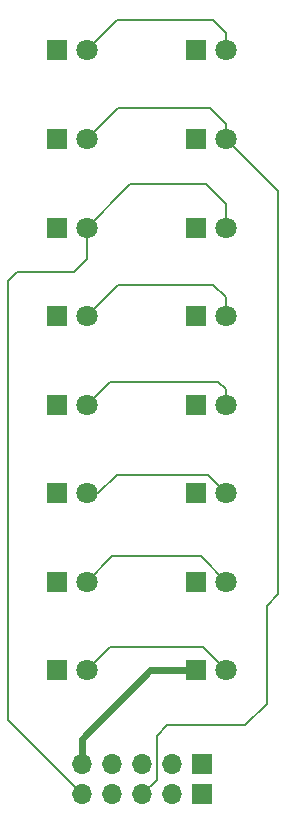
<source format=gbr>
%TF.GenerationSoftware,KiCad,Pcbnew,8.0.6*%
%TF.CreationDate,2025-02-23T20:13:23-07:00*%
%TF.ProjectId,Dash Indicators (Left),44617368-2049-46e6-9469-6361746f7273,rev?*%
%TF.SameCoordinates,Original*%
%TF.FileFunction,Copper,L2,Bot*%
%TF.FilePolarity,Positive*%
%FSLAX46Y46*%
G04 Gerber Fmt 4.6, Leading zero omitted, Abs format (unit mm)*
G04 Created by KiCad (PCBNEW 8.0.6) date 2025-02-23 20:13:23*
%MOMM*%
%LPD*%
G01*
G04 APERTURE LIST*
%TA.AperFunction,ComponentPad*%
%ADD10R,1.800000X1.800000*%
%TD*%
%TA.AperFunction,ComponentPad*%
%ADD11C,1.800000*%
%TD*%
%TA.AperFunction,ComponentPad*%
%ADD12R,1.700000X1.700000*%
%TD*%
%TA.AperFunction,ComponentPad*%
%ADD13O,1.700000X1.700000*%
%TD*%
%TA.AperFunction,Conductor*%
%ADD14C,0.200000*%
%TD*%
%TA.AperFunction,Conductor*%
%ADD15C,0.600000*%
%TD*%
G04 APERTURE END LIST*
D10*
%TO.P,D13,1,K*%
%TO.N,C0*%
X85725000Y-64850000D03*
D11*
%TO.P,D13,2,A*%
%TO.N,A14*%
X88265000Y-64850000D03*
%TD*%
D10*
%TO.P,D8,1,K*%
%TO.N,C1*%
X97525000Y-79850000D03*
D11*
%TO.P,D8,2,A*%
%TO.N,A11*%
X100065000Y-79850000D03*
%TD*%
D10*
%TO.P,D3,1,K*%
%TO.N,C0*%
X85725000Y-72350000D03*
D11*
%TO.P,D3,2,A*%
%TO.N,A9*%
X88265000Y-72350000D03*
%TD*%
D10*
%TO.P,D14,1,K*%
%TO.N,C1*%
X97525000Y-64850000D03*
D11*
%TO.P,D14,2,A*%
%TO.N,A14*%
X100065000Y-64850000D03*
%TD*%
D10*
%TO.P,D16,1,K*%
%TO.N,C1*%
X97525000Y-94850000D03*
D11*
%TO.P,D16,2,A*%
%TO.N,A15*%
X100065000Y-94850000D03*
%TD*%
D10*
%TO.P,D4,1,K*%
%TO.N,C1*%
X97525000Y-72350000D03*
D11*
%TO.P,D4,2,A*%
%TO.N,A9*%
X100065000Y-72350000D03*
%TD*%
D10*
%TO.P,D10,1,K*%
%TO.N,C1*%
X97525000Y-57350000D03*
D11*
%TO.P,D10,2,A*%
%TO.N,A12*%
X100065000Y-57350000D03*
%TD*%
D10*
%TO.P,D9,1,K*%
%TO.N,C0*%
X85725000Y-57350000D03*
D11*
%TO.P,D9,2,A*%
%TO.N,A12*%
X88265000Y-57350000D03*
%TD*%
D10*
%TO.P,D11,1,K*%
%TO.N,C0*%
X85725000Y-87350000D03*
D11*
%TO.P,D11,2,A*%
%TO.N,A13*%
X88265000Y-87350000D03*
%TD*%
D10*
%TO.P,D2,1,K*%
%TO.N,C1*%
X97525000Y-42350000D03*
D11*
%TO.P,D2,2,A*%
%TO.N,A8*%
X100065000Y-42350000D03*
%TD*%
D10*
%TO.P,D12,1,K*%
%TO.N,C1*%
X97525000Y-87350000D03*
D11*
%TO.P,D12,2,A*%
%TO.N,A13*%
X100065000Y-87350000D03*
%TD*%
D10*
%TO.P,D15,1,K*%
%TO.N,C0*%
X85725000Y-94850000D03*
D11*
%TO.P,D15,2,A*%
%TO.N,A15*%
X88265000Y-94850000D03*
%TD*%
D10*
%TO.P,D1,1,K*%
%TO.N,C0*%
X85725000Y-42350000D03*
D11*
%TO.P,D1,2,A*%
%TO.N,A8*%
X88265000Y-42350000D03*
%TD*%
D10*
%TO.P,D7,1,K*%
%TO.N,C0*%
X85725000Y-79850000D03*
D11*
%TO.P,D7,2,A*%
%TO.N,A11*%
X88265000Y-79850000D03*
%TD*%
D10*
%TO.P,D5,1,K*%
%TO.N,C0*%
X85725000Y-49850000D03*
D11*
%TO.P,D5,2,A*%
%TO.N,A10*%
X88265000Y-49850000D03*
%TD*%
D10*
%TO.P,D6,1,K*%
%TO.N,C1*%
X97525000Y-49850000D03*
D11*
%TO.P,D6,2,A*%
%TO.N,A10*%
X100065000Y-49850000D03*
%TD*%
D12*
%TO.P,J1-A1,1,Pin_1*%
%TO.N,A8*%
X98040000Y-105340000D03*
D13*
%TO.P,J1-A1,2,Pin_2*%
%TO.N,A9*%
X95500000Y-105340000D03*
%TO.P,J1-A1,3,Pin_3*%
%TO.N,A10*%
X92960000Y-105340000D03*
%TO.P,J1-A1,4,Pin_4*%
%TO.N,A11*%
X90420000Y-105340000D03*
%TO.P,J1-A1,5,Pin_5*%
%TO.N,A12*%
X87880000Y-105340000D03*
%TD*%
D12*
%TO.P,J1-B1,1,Pin_1*%
%TO.N,A13*%
X98040000Y-102800000D03*
D13*
%TO.P,J1-B1,2,Pin_2*%
%TO.N,A14*%
X95500000Y-102800000D03*
%TO.P,J1-B1,3,Pin_3*%
%TO.N,A15*%
X92960000Y-102800000D03*
%TO.P,J1-B1,4,Pin_4*%
%TO.N,C0*%
X90420000Y-102800000D03*
%TO.P,J1-B1,5,Pin_5*%
%TO.N,C1*%
X87880000Y-102800000D03*
%TD*%
D14*
%TO.N,A8*%
X100065000Y-40865000D02*
X99000000Y-39800000D01*
X100065000Y-42350000D02*
X100065000Y-40865000D01*
X99000000Y-39800000D02*
X90815000Y-39800000D01*
X90815000Y-39800000D02*
X88265000Y-42350000D01*
D15*
%TO.N,C1*%
X87880000Y-100620000D02*
X87880000Y-102800000D01*
X93650000Y-94850000D02*
X87880000Y-100620000D01*
X97525000Y-94850000D02*
X93650000Y-94850000D01*
D14*
%TO.N,A9*%
X100065000Y-71065000D02*
X99400000Y-70400000D01*
X90215000Y-70400000D02*
X88265000Y-72350000D01*
X99400000Y-70400000D02*
X90215000Y-70400000D01*
X100065000Y-72350000D02*
X100065000Y-71065000D01*
%TO.N,A10*%
X104500000Y-88400000D02*
X104500000Y-54285000D01*
X103500000Y-89400000D02*
X104500000Y-88400000D01*
X100065000Y-48565000D02*
X98700000Y-47200000D01*
X94200000Y-104100000D02*
X92960000Y-105340000D01*
X95100000Y-99500000D02*
X101700000Y-99500000D01*
X98700000Y-47200000D02*
X90915000Y-47200000D01*
X90915000Y-47200000D02*
X88265000Y-49850000D01*
X104500000Y-54285000D02*
X100065000Y-49850000D01*
X101700000Y-99500000D02*
X103500000Y-97700000D01*
X103500000Y-97700000D02*
X103500000Y-89400000D01*
X100065000Y-49850000D02*
X100065000Y-48565000D01*
X94200000Y-100400000D02*
X94200000Y-104100000D01*
X94200000Y-100400000D02*
X95100000Y-99500000D01*
%TO.N,A11*%
X90800000Y-78300000D02*
X89250000Y-79850000D01*
X89250000Y-79850000D02*
X88265000Y-79850000D01*
X98515000Y-78300000D02*
X90800000Y-78300000D01*
X100065000Y-79850000D02*
X98515000Y-78300000D01*
%TO.N,A12*%
X82400000Y-61100000D02*
X87200000Y-61100000D01*
X88265000Y-60035000D02*
X88265000Y-57350000D01*
X100065000Y-57350000D02*
X100065000Y-55365000D01*
X91700000Y-53900000D02*
X91700000Y-53915000D01*
X81610000Y-99070000D02*
X81610000Y-61890000D01*
X91700000Y-53915000D02*
X88265000Y-57350000D01*
X81610000Y-61890000D02*
X82400000Y-61100000D01*
X87880000Y-105340000D02*
X81610000Y-99070000D01*
X87200000Y-61100000D02*
X88265000Y-60035000D01*
X98400000Y-53700000D02*
X91900000Y-53700000D01*
X100065000Y-55365000D02*
X98400000Y-53700000D01*
X91900000Y-53700000D02*
X91700000Y-53900000D01*
%TO.N,A13*%
X90415000Y-85200000D02*
X88265000Y-87350000D01*
X100065000Y-87350000D02*
X97915000Y-85200000D01*
X97915000Y-85200000D02*
X90415000Y-85200000D01*
%TO.N,A14*%
X99000000Y-62200000D02*
X90915000Y-62200000D01*
X90915000Y-62200000D02*
X88265000Y-64850000D01*
X100065000Y-63265000D02*
X99000000Y-62200000D01*
X100065000Y-64850000D02*
X100065000Y-63265000D01*
%TO.N,A15*%
X98115000Y-92900000D02*
X90215000Y-92900000D01*
X100065000Y-94850000D02*
X98115000Y-92900000D01*
X90215000Y-92900000D02*
X88265000Y-94850000D01*
%TD*%
M02*

</source>
